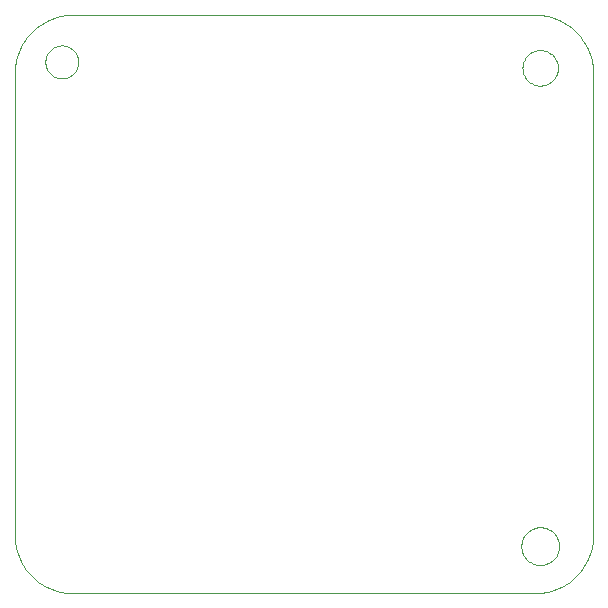
<source format=gbp>
G75*
G70*
%OFA0B0*%
%FSLAX24Y24*%
%IPPOS*%
%LPD*%
%AMOC8*
5,1,8,0,0,1.08239X$1,22.5*
%
%ADD10C,0.0004*%
%ADD11C,0.0000*%
D10*
X002079Y000131D02*
X004048Y000131D01*
X017434Y000131D01*
X017528Y000133D01*
X017621Y000140D01*
X017714Y000151D01*
X017807Y000167D01*
X017898Y000187D01*
X017989Y000211D01*
X018078Y000239D01*
X018166Y000272D01*
X018252Y000309D01*
X018336Y000350D01*
X018419Y000395D01*
X018499Y000444D01*
X018576Y000496D01*
X018651Y000552D01*
X018723Y000612D01*
X018793Y000675D01*
X018859Y000741D01*
X018922Y000811D01*
X018982Y000883D01*
X019038Y000958D01*
X019090Y001035D01*
X019139Y001116D01*
X019184Y001198D01*
X019225Y001282D01*
X019262Y001368D01*
X019295Y001456D01*
X019323Y001545D01*
X019347Y001636D01*
X019367Y001727D01*
X019383Y001820D01*
X019394Y001913D01*
X019401Y002006D01*
X019403Y002100D01*
X019402Y002100D02*
X019402Y008399D01*
X019402Y017454D01*
X019403Y017454D02*
X019401Y017548D01*
X019394Y017641D01*
X019383Y017734D01*
X019367Y017827D01*
X019347Y017918D01*
X019323Y018009D01*
X019295Y018098D01*
X019262Y018186D01*
X019225Y018272D01*
X019184Y018356D01*
X019139Y018438D01*
X019090Y018519D01*
X019038Y018596D01*
X018982Y018671D01*
X018922Y018743D01*
X018859Y018813D01*
X018793Y018879D01*
X018723Y018942D01*
X018651Y019002D01*
X018576Y019058D01*
X018499Y019110D01*
X018418Y019159D01*
X018336Y019204D01*
X018252Y019245D01*
X018166Y019282D01*
X018078Y019315D01*
X017989Y019343D01*
X017898Y019367D01*
X017807Y019387D01*
X017714Y019403D01*
X017621Y019414D01*
X017528Y019421D01*
X017434Y019423D01*
X017434Y019422D02*
X015859Y019422D01*
X002079Y019422D01*
X002079Y019423D02*
X001985Y019421D01*
X001892Y019414D01*
X001799Y019403D01*
X001706Y019387D01*
X001615Y019367D01*
X001524Y019343D01*
X001435Y019315D01*
X001347Y019282D01*
X001261Y019245D01*
X001177Y019204D01*
X001094Y019159D01*
X001014Y019110D01*
X000937Y019058D01*
X000862Y019002D01*
X000790Y018942D01*
X000720Y018879D01*
X000654Y018813D01*
X000591Y018743D01*
X000531Y018671D01*
X000475Y018596D01*
X000423Y018519D01*
X000374Y018439D01*
X000329Y018356D01*
X000288Y018272D01*
X000251Y018186D01*
X000218Y018098D01*
X000190Y018009D01*
X000166Y017918D01*
X000146Y017827D01*
X000130Y017734D01*
X000119Y017641D01*
X000112Y017548D01*
X000110Y017454D01*
X000111Y017454D02*
X000111Y012336D01*
X000111Y002100D01*
X000110Y002100D02*
X000112Y002006D01*
X000119Y001913D01*
X000130Y001820D01*
X000146Y001727D01*
X000166Y001636D01*
X000190Y001545D01*
X000218Y001456D01*
X000251Y001368D01*
X000288Y001282D01*
X000329Y001198D01*
X000374Y001116D01*
X000423Y001035D01*
X000475Y000958D01*
X000531Y000883D01*
X000591Y000811D01*
X000654Y000741D01*
X000720Y000675D01*
X000790Y000612D01*
X000862Y000552D01*
X000937Y000496D01*
X001014Y000444D01*
X001094Y000395D01*
X001177Y000350D01*
X001261Y000309D01*
X001347Y000272D01*
X001435Y000239D01*
X001524Y000211D01*
X001615Y000187D01*
X001706Y000167D01*
X001799Y000151D01*
X001892Y000140D01*
X001985Y000133D01*
X002079Y000131D01*
D11*
X017001Y001706D02*
X017003Y001756D01*
X017009Y001806D01*
X017019Y001855D01*
X017033Y001903D01*
X017050Y001950D01*
X017071Y001995D01*
X017096Y002039D01*
X017124Y002080D01*
X017156Y002119D01*
X017190Y002156D01*
X017227Y002190D01*
X017267Y002220D01*
X017309Y002247D01*
X017353Y002271D01*
X017399Y002292D01*
X017446Y002308D01*
X017494Y002321D01*
X017544Y002330D01*
X017593Y002335D01*
X017644Y002336D01*
X017694Y002333D01*
X017743Y002326D01*
X017792Y002315D01*
X017840Y002300D01*
X017886Y002282D01*
X017931Y002260D01*
X017974Y002234D01*
X018015Y002205D01*
X018054Y002173D01*
X018090Y002138D01*
X018122Y002100D01*
X018152Y002060D01*
X018179Y002017D01*
X018202Y001973D01*
X018221Y001927D01*
X018237Y001879D01*
X018249Y001830D01*
X018257Y001781D01*
X018261Y001731D01*
X018261Y001681D01*
X018257Y001631D01*
X018249Y001582D01*
X018237Y001533D01*
X018221Y001485D01*
X018202Y001439D01*
X018179Y001395D01*
X018152Y001352D01*
X018122Y001312D01*
X018090Y001274D01*
X018054Y001239D01*
X018015Y001207D01*
X017974Y001178D01*
X017931Y001152D01*
X017886Y001130D01*
X017840Y001112D01*
X017792Y001097D01*
X017743Y001086D01*
X017694Y001079D01*
X017644Y001076D01*
X017593Y001077D01*
X017544Y001082D01*
X017494Y001091D01*
X017446Y001104D01*
X017399Y001120D01*
X017353Y001141D01*
X017309Y001165D01*
X017267Y001192D01*
X017227Y001222D01*
X017190Y001256D01*
X017156Y001293D01*
X017124Y001332D01*
X017096Y001373D01*
X017071Y001417D01*
X017050Y001462D01*
X017033Y001509D01*
X017019Y001557D01*
X017009Y001606D01*
X017003Y001656D01*
X017001Y001706D01*
X017040Y017651D02*
X017042Y017699D01*
X017048Y017747D01*
X017058Y017794D01*
X017071Y017840D01*
X017089Y017885D01*
X017109Y017929D01*
X017134Y017971D01*
X017162Y018010D01*
X017192Y018047D01*
X017226Y018081D01*
X017263Y018113D01*
X017301Y018142D01*
X017342Y018167D01*
X017385Y018189D01*
X017430Y018207D01*
X017476Y018221D01*
X017523Y018232D01*
X017571Y018239D01*
X017619Y018242D01*
X017667Y018241D01*
X017715Y018236D01*
X017763Y018227D01*
X017809Y018215D01*
X017854Y018198D01*
X017898Y018178D01*
X017940Y018155D01*
X017980Y018128D01*
X018018Y018098D01*
X018053Y018065D01*
X018085Y018029D01*
X018115Y017991D01*
X018141Y017950D01*
X018163Y017907D01*
X018183Y017863D01*
X018198Y017818D01*
X018210Y017771D01*
X018218Y017723D01*
X018222Y017675D01*
X018222Y017627D01*
X018218Y017579D01*
X018210Y017531D01*
X018198Y017484D01*
X018183Y017439D01*
X018163Y017395D01*
X018141Y017352D01*
X018115Y017311D01*
X018085Y017273D01*
X018053Y017237D01*
X018018Y017204D01*
X017980Y017174D01*
X017940Y017147D01*
X017898Y017124D01*
X017854Y017104D01*
X017809Y017087D01*
X017763Y017075D01*
X017715Y017066D01*
X017667Y017061D01*
X017619Y017060D01*
X017571Y017063D01*
X017523Y017070D01*
X017476Y017081D01*
X017430Y017095D01*
X017385Y017113D01*
X017342Y017135D01*
X017301Y017160D01*
X017263Y017189D01*
X017226Y017221D01*
X017192Y017255D01*
X017162Y017292D01*
X017134Y017331D01*
X017109Y017373D01*
X017089Y017417D01*
X017071Y017462D01*
X017058Y017508D01*
X017048Y017555D01*
X017042Y017603D01*
X017040Y017651D01*
X001135Y017848D02*
X001137Y017895D01*
X001143Y017941D01*
X001153Y017987D01*
X001166Y018032D01*
X001184Y018075D01*
X001205Y018117D01*
X001229Y018157D01*
X001257Y018194D01*
X001288Y018229D01*
X001322Y018262D01*
X001358Y018291D01*
X001397Y018317D01*
X001438Y018340D01*
X001481Y018359D01*
X001525Y018375D01*
X001570Y018387D01*
X001616Y018395D01*
X001663Y018399D01*
X001709Y018399D01*
X001756Y018395D01*
X001802Y018387D01*
X001847Y018375D01*
X001891Y018359D01*
X001934Y018340D01*
X001975Y018317D01*
X002014Y018291D01*
X002050Y018262D01*
X002084Y018229D01*
X002115Y018194D01*
X002143Y018157D01*
X002167Y018117D01*
X002188Y018075D01*
X002206Y018032D01*
X002219Y017987D01*
X002229Y017941D01*
X002235Y017895D01*
X002237Y017848D01*
X002235Y017801D01*
X002229Y017755D01*
X002219Y017709D01*
X002206Y017664D01*
X002188Y017621D01*
X002167Y017579D01*
X002143Y017539D01*
X002115Y017502D01*
X002084Y017467D01*
X002050Y017434D01*
X002014Y017405D01*
X001975Y017379D01*
X001934Y017356D01*
X001891Y017337D01*
X001847Y017321D01*
X001802Y017309D01*
X001756Y017301D01*
X001709Y017297D01*
X001663Y017297D01*
X001616Y017301D01*
X001570Y017309D01*
X001525Y017321D01*
X001481Y017337D01*
X001438Y017356D01*
X001397Y017379D01*
X001358Y017405D01*
X001322Y017434D01*
X001288Y017467D01*
X001257Y017502D01*
X001229Y017539D01*
X001205Y017579D01*
X001184Y017621D01*
X001166Y017664D01*
X001153Y017709D01*
X001143Y017755D01*
X001137Y017801D01*
X001135Y017848D01*
M02*

</source>
